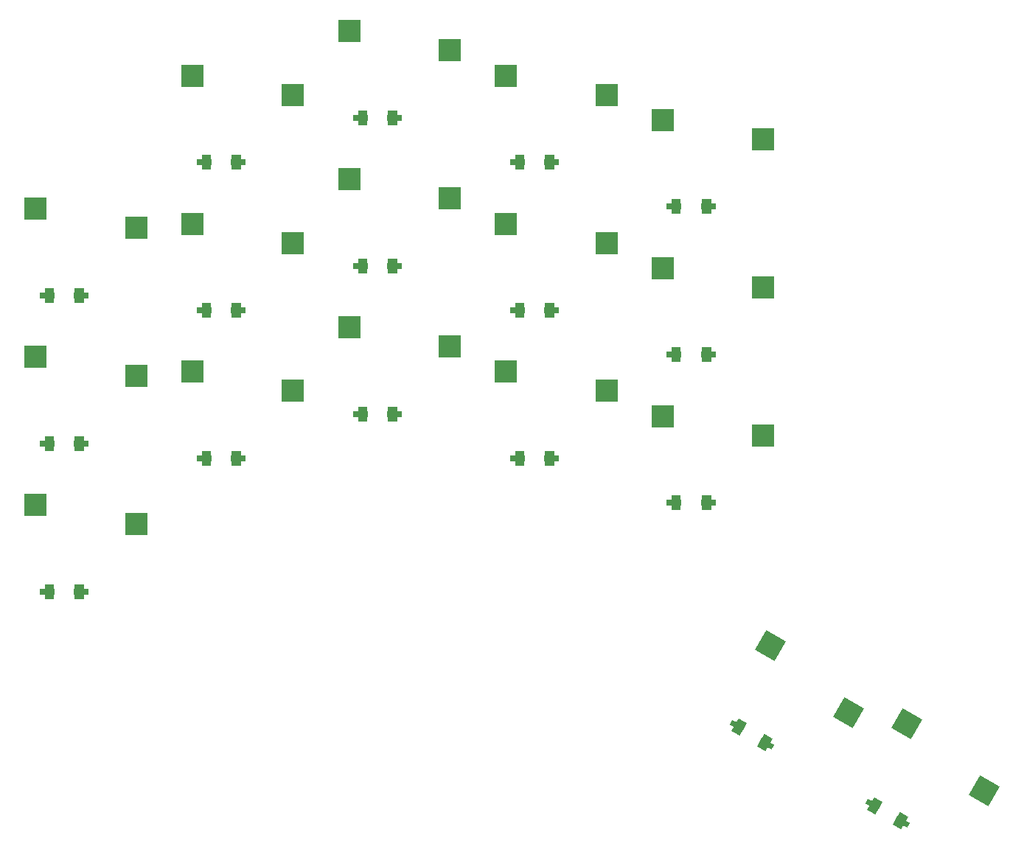
<source format=gbr>
%TF.GenerationSoftware,KiCad,Pcbnew,(6.0.6-1)-1*%
%TF.CreationDate,2022-07-25T21:02:29-05:00*%
%TF.ProjectId,smcboard,736d6362-6f61-4726-942e-6b696361645f,v1.0.0*%
%TF.SameCoordinates,Original*%
%TF.FileFunction,Paste,Bot*%
%TF.FilePolarity,Positive*%
%FSLAX46Y46*%
G04 Gerber Fmt 4.6, Leading zero omitted, Abs format (unit mm)*
G04 Created by KiCad (PCBNEW (6.0.6-1)-1) date 2022-07-25 21:02:29*
%MOMM*%
%LPD*%
G01*
G04 APERTURE LIST*
G04 Aperture macros list*
%AMRotRect*
0 Rectangle, with rotation*
0 The origin of the aperture is its center*
0 $1 length*
0 $2 width*
0 $3 Rotation angle, in degrees counterclockwise*
0 Add horizontal line*
21,1,$1,$2,0,0,$3*%
%AMFreePoly0*
4,1,21,0.800354,0.825354,0.800500,0.825000,0.800500,0.300000,0.825000,0.300000,0.825000,-0.300000,0.800500,-0.300000,0.800500,-0.825000,0.800354,-0.825354,0.800000,-0.825500,-0.290000,-0.825500,-0.290354,-0.825354,-0.290500,-0.825000,-0.290500,-0.300000,-0.825000,-0.300000,-0.825000,0.300000,-0.290500,0.300000,-0.290500,0.825000,-0.290354,0.825354,-0.290000,0.825500,0.800000,0.825500,
0.800354,0.825354,0.800354,0.825354,$1*%
%AMFreePoly1*
4,1,21,0.300354,0.825354,0.300500,0.825000,0.300500,0.300000,0.825000,0.300000,0.825000,-0.300000,0.300500,-0.300000,0.300500,-0.825000,0.300354,-0.825354,0.300000,-0.825500,-0.800000,-0.825500,-0.800354,-0.825354,-0.800500,-0.825000,-0.800500,-0.300000,-0.825000,-0.300000,-0.825000,0.300000,-0.800500,0.300000,-0.800500,0.825000,-0.800354,0.825354,-0.800000,0.825500,0.300000,0.825500,
0.300354,0.825354,0.300354,0.825354,$1*%
G04 Aperture macros list end*
%ADD10R,2.600000X2.600000*%
%ADD11FreePoly0,0.000000*%
%ADD12FreePoly1,0.000000*%
%ADD13RotRect,2.600000X2.600000X330.000000*%
%ADD14FreePoly0,330.000000*%
%ADD15FreePoly1,330.000000*%
G04 APERTURE END LIST*
D10*
%TO.C,S1*%
X135286539Y-136546000D03*
X146836539Y-138746000D03*
%TD*%
D11*
%TO.C,D1*%
X136611539Y-146496000D03*
D12*
X140511539Y-146496000D03*
%TD*%
D10*
%TO.C,S3*%
X135286539Y-119546000D03*
X146836539Y-121746000D03*
%TD*%
D11*
%TO.C,D2*%
X136611539Y-129496000D03*
D12*
X140511539Y-129496000D03*
%TD*%
D10*
%TO.C,S5*%
X135286539Y-102546000D03*
X146836539Y-104746000D03*
%TD*%
D11*
%TO.C,D3*%
X136611539Y-112496000D03*
D12*
X140511539Y-112496000D03*
%TD*%
D10*
%TO.C,S7*%
X153286539Y-121246000D03*
X164836539Y-123446000D03*
%TD*%
D11*
%TO.C,D4*%
X154611539Y-131196000D03*
D12*
X158511539Y-131196000D03*
%TD*%
D10*
%TO.C,S9*%
X153286539Y-104246000D03*
X164836539Y-106446000D03*
%TD*%
D11*
%TO.C,D5*%
X154611539Y-114196000D03*
D12*
X158511539Y-114196000D03*
%TD*%
D10*
%TO.C,S11*%
X153286539Y-87246000D03*
X164836539Y-89446000D03*
%TD*%
D11*
%TO.C,D6*%
X154611539Y-97196000D03*
D12*
X158511539Y-97196000D03*
%TD*%
D10*
%TO.C,S13*%
X171286539Y-116146000D03*
X182836539Y-118346000D03*
%TD*%
D11*
%TO.C,D7*%
X172611539Y-126096000D03*
D12*
X176511539Y-126096000D03*
%TD*%
D10*
%TO.C,S15*%
X171286539Y-99146000D03*
X182836539Y-101346000D03*
%TD*%
D11*
%TO.C,D8*%
X172611539Y-109096000D03*
D12*
X176511539Y-109096000D03*
%TD*%
D10*
%TO.C,S17*%
X171286539Y-82146000D03*
X182836539Y-84346000D03*
%TD*%
D11*
%TO.C,D9*%
X172611539Y-92096000D03*
D12*
X176511539Y-92096000D03*
%TD*%
D10*
%TO.C,S19*%
X189286539Y-121246000D03*
X200836539Y-123446000D03*
%TD*%
D11*
%TO.C,D10*%
X190611539Y-131196000D03*
D12*
X194511539Y-131196000D03*
%TD*%
D10*
%TO.C,S21*%
X189286539Y-104246000D03*
X200836539Y-106446000D03*
%TD*%
D11*
%TO.C,D11*%
X190611539Y-114196000D03*
D12*
X194511539Y-114196000D03*
%TD*%
D10*
%TO.C,S23*%
X189286539Y-87246000D03*
X200836539Y-89446000D03*
%TD*%
D11*
%TO.C,D12*%
X190611539Y-97196000D03*
D12*
X194511539Y-97196000D03*
%TD*%
D10*
%TO.C,S25*%
X207286539Y-126346000D03*
X218836539Y-128546000D03*
%TD*%
D11*
%TO.C,D13*%
X208611539Y-136296000D03*
D12*
X212511539Y-136296000D03*
%TD*%
D10*
%TO.C,S27*%
X207286539Y-109346000D03*
X218836539Y-111546000D03*
%TD*%
D11*
%TO.C,D14*%
X208611539Y-119296000D03*
D12*
X212511539Y-119296000D03*
%TD*%
D10*
%TO.C,S29*%
X207286539Y-92346000D03*
X218836539Y-94546000D03*
%TD*%
D11*
%TO.C,D15*%
X208611539Y-102296000D03*
D12*
X212511539Y-102296000D03*
%TD*%
D13*
%TO.C,S31*%
X219700306Y-152705649D03*
X228602899Y-160385905D03*
%TD*%
D14*
%TO.C,D16*%
X215872789Y-161985102D03*
D15*
X219250289Y-163935102D03*
%TD*%
D13*
%TO.C,S33*%
X235288763Y-161705649D03*
X244191356Y-169385905D03*
%TD*%
D14*
%TO.C,D17*%
X231461246Y-170985102D03*
D15*
X234838746Y-172935102D03*
%TD*%
M02*

</source>
